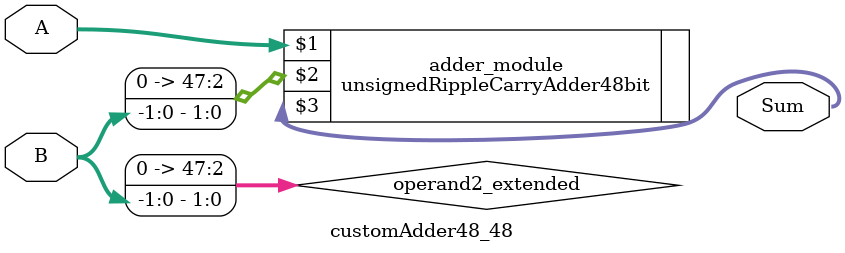
<source format=v>
module customAdder48_48(
                        input [47 : 0] A,
                        input [-1 : 0] B,
                        
                        output [48 : 0] Sum
                );

        wire [47 : 0] operand2_extended;
        
        assign operand2_extended =  {48'b0, B};
        
        unsignedRippleCarryAdder48bit adder_module(
            A,
            operand2_extended,
            Sum
        );
        
        endmodule
        
</source>
